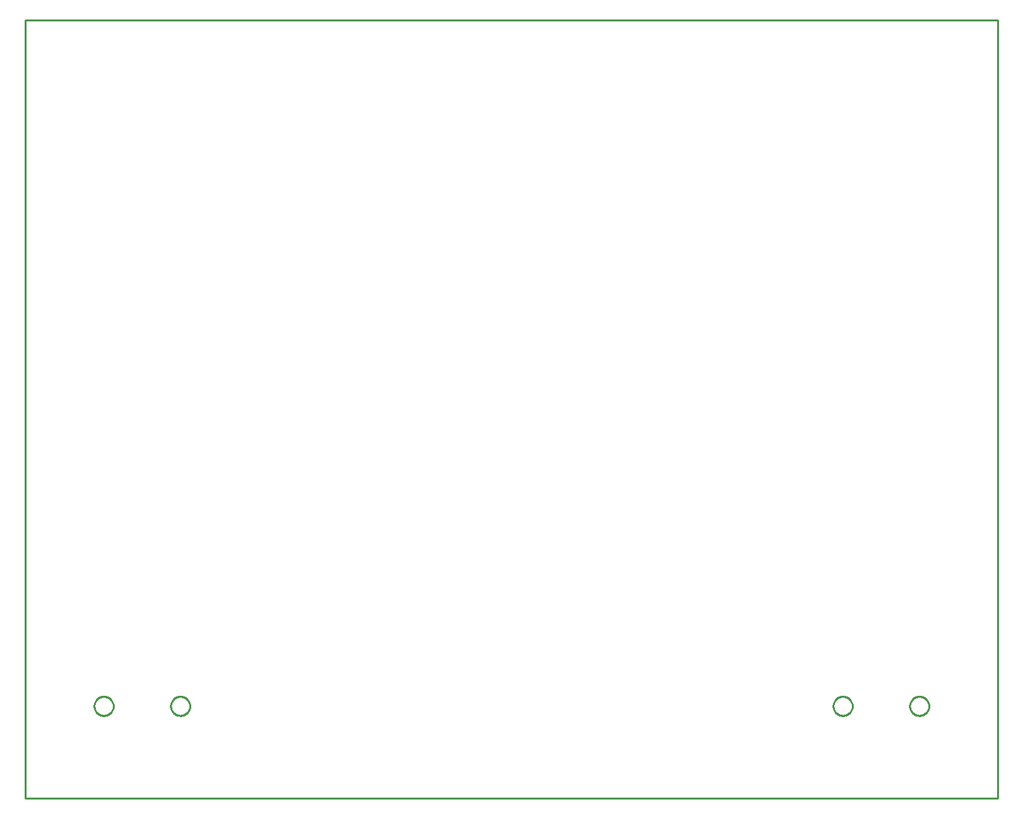
<source format=gbr>
G04 EAGLE Gerber RS-274X export*
G75*
%MOMM*%
%FSLAX34Y34*%
%LPD*%
%IN*%
%IPPOS*%
%AMOC8*
5,1,8,0,0,1.08239X$1,22.5*%
G01*
%ADD10C,0.254000*%


D10*
X0Y0D02*
X1270000Y0D01*
X1270000Y1016000D01*
X0Y1016000D01*
X0Y0D01*
X1080100Y120309D02*
X1080023Y119330D01*
X1079869Y118360D01*
X1079640Y117404D01*
X1079336Y116470D01*
X1078961Y115563D01*
X1078515Y114688D01*
X1078001Y113850D01*
X1077424Y113055D01*
X1076786Y112308D01*
X1076092Y111614D01*
X1075345Y110976D01*
X1074550Y110399D01*
X1073712Y109885D01*
X1072837Y109439D01*
X1071930Y109064D01*
X1070996Y108760D01*
X1070041Y108531D01*
X1069070Y108377D01*
X1068091Y108300D01*
X1067109Y108300D01*
X1066130Y108377D01*
X1065160Y108531D01*
X1064204Y108760D01*
X1063270Y109064D01*
X1062363Y109439D01*
X1061488Y109885D01*
X1060650Y110399D01*
X1059855Y110976D01*
X1059108Y111614D01*
X1058414Y112308D01*
X1057776Y113055D01*
X1057199Y113850D01*
X1056685Y114688D01*
X1056239Y115563D01*
X1055864Y116470D01*
X1055560Y117404D01*
X1055331Y118360D01*
X1055177Y119330D01*
X1055100Y120309D01*
X1055100Y121291D01*
X1055177Y122270D01*
X1055331Y123241D01*
X1055560Y124196D01*
X1055864Y125130D01*
X1056239Y126037D01*
X1056685Y126912D01*
X1057199Y127750D01*
X1057776Y128545D01*
X1058414Y129292D01*
X1059108Y129986D01*
X1059855Y130624D01*
X1060650Y131201D01*
X1061488Y131715D01*
X1062363Y132161D01*
X1063270Y132536D01*
X1064204Y132840D01*
X1065160Y133069D01*
X1066130Y133223D01*
X1067109Y133300D01*
X1068091Y133300D01*
X1069070Y133223D01*
X1070041Y133069D01*
X1070996Y132840D01*
X1071930Y132536D01*
X1072837Y132161D01*
X1073712Y131715D01*
X1074550Y131201D01*
X1075345Y130624D01*
X1076092Y129986D01*
X1076786Y129292D01*
X1077424Y128545D01*
X1078001Y127750D01*
X1078515Y126912D01*
X1078961Y126037D01*
X1079336Y125130D01*
X1079640Y124196D01*
X1079869Y123241D01*
X1080023Y122270D01*
X1080100Y121291D01*
X1080100Y120309D01*
X1180100Y120309D02*
X1180023Y119330D01*
X1179869Y118360D01*
X1179640Y117404D01*
X1179336Y116470D01*
X1178961Y115563D01*
X1178515Y114688D01*
X1178001Y113850D01*
X1177424Y113055D01*
X1176786Y112308D01*
X1176092Y111614D01*
X1175345Y110976D01*
X1174550Y110399D01*
X1173712Y109885D01*
X1172837Y109439D01*
X1171930Y109064D01*
X1170996Y108760D01*
X1170041Y108531D01*
X1169070Y108377D01*
X1168091Y108300D01*
X1167109Y108300D01*
X1166130Y108377D01*
X1165160Y108531D01*
X1164204Y108760D01*
X1163270Y109064D01*
X1162363Y109439D01*
X1161488Y109885D01*
X1160650Y110399D01*
X1159855Y110976D01*
X1159108Y111614D01*
X1158414Y112308D01*
X1157776Y113055D01*
X1157199Y113850D01*
X1156685Y114688D01*
X1156239Y115563D01*
X1155864Y116470D01*
X1155560Y117404D01*
X1155331Y118360D01*
X1155177Y119330D01*
X1155100Y120309D01*
X1155100Y121291D01*
X1155177Y122270D01*
X1155331Y123241D01*
X1155560Y124196D01*
X1155864Y125130D01*
X1156239Y126037D01*
X1156685Y126912D01*
X1157199Y127750D01*
X1157776Y128545D01*
X1158414Y129292D01*
X1159108Y129986D01*
X1159855Y130624D01*
X1160650Y131201D01*
X1161488Y131715D01*
X1162363Y132161D01*
X1163270Y132536D01*
X1164204Y132840D01*
X1165160Y133069D01*
X1166130Y133223D01*
X1167109Y133300D01*
X1168091Y133300D01*
X1169070Y133223D01*
X1170041Y133069D01*
X1170996Y132840D01*
X1171930Y132536D01*
X1172837Y132161D01*
X1173712Y131715D01*
X1174550Y131201D01*
X1175345Y130624D01*
X1176092Y129986D01*
X1176786Y129292D01*
X1177424Y128545D01*
X1178001Y127750D01*
X1178515Y126912D01*
X1178961Y126037D01*
X1179336Y125130D01*
X1179640Y124196D01*
X1179869Y123241D01*
X1180023Y122270D01*
X1180100Y121291D01*
X1180100Y120309D01*
X114900Y120309D02*
X114823Y119330D01*
X114669Y118360D01*
X114440Y117404D01*
X114136Y116470D01*
X113761Y115563D01*
X113315Y114688D01*
X112801Y113850D01*
X112224Y113055D01*
X111586Y112308D01*
X110892Y111614D01*
X110145Y110976D01*
X109350Y110399D01*
X108512Y109885D01*
X107637Y109439D01*
X106730Y109064D01*
X105796Y108760D01*
X104841Y108531D01*
X103870Y108377D01*
X102891Y108300D01*
X101909Y108300D01*
X100930Y108377D01*
X99960Y108531D01*
X99004Y108760D01*
X98070Y109064D01*
X97163Y109439D01*
X96288Y109885D01*
X95450Y110399D01*
X94655Y110976D01*
X93908Y111614D01*
X93214Y112308D01*
X92576Y113055D01*
X91999Y113850D01*
X91485Y114688D01*
X91039Y115563D01*
X90664Y116470D01*
X90360Y117404D01*
X90131Y118360D01*
X89977Y119330D01*
X89900Y120309D01*
X89900Y121291D01*
X89977Y122270D01*
X90131Y123241D01*
X90360Y124196D01*
X90664Y125130D01*
X91039Y126037D01*
X91485Y126912D01*
X91999Y127750D01*
X92576Y128545D01*
X93214Y129292D01*
X93908Y129986D01*
X94655Y130624D01*
X95450Y131201D01*
X96288Y131715D01*
X97163Y132161D01*
X98070Y132536D01*
X99004Y132840D01*
X99960Y133069D01*
X100930Y133223D01*
X101909Y133300D01*
X102891Y133300D01*
X103870Y133223D01*
X104841Y133069D01*
X105796Y132840D01*
X106730Y132536D01*
X107637Y132161D01*
X108512Y131715D01*
X109350Y131201D01*
X110145Y130624D01*
X110892Y129986D01*
X111586Y129292D01*
X112224Y128545D01*
X112801Y127750D01*
X113315Y126912D01*
X113761Y126037D01*
X114136Y125130D01*
X114440Y124196D01*
X114669Y123241D01*
X114823Y122270D01*
X114900Y121291D01*
X114900Y120309D01*
X214900Y120309D02*
X214823Y119330D01*
X214669Y118360D01*
X214440Y117404D01*
X214136Y116470D01*
X213761Y115563D01*
X213315Y114688D01*
X212801Y113850D01*
X212224Y113055D01*
X211586Y112308D01*
X210892Y111614D01*
X210145Y110976D01*
X209350Y110399D01*
X208512Y109885D01*
X207637Y109439D01*
X206730Y109064D01*
X205796Y108760D01*
X204841Y108531D01*
X203870Y108377D01*
X202891Y108300D01*
X201909Y108300D01*
X200930Y108377D01*
X199960Y108531D01*
X199004Y108760D01*
X198070Y109064D01*
X197163Y109439D01*
X196288Y109885D01*
X195450Y110399D01*
X194655Y110976D01*
X193908Y111614D01*
X193214Y112308D01*
X192576Y113055D01*
X191999Y113850D01*
X191485Y114688D01*
X191039Y115563D01*
X190664Y116470D01*
X190360Y117404D01*
X190131Y118360D01*
X189977Y119330D01*
X189900Y120309D01*
X189900Y121291D01*
X189977Y122270D01*
X190131Y123241D01*
X190360Y124196D01*
X190664Y125130D01*
X191039Y126037D01*
X191485Y126912D01*
X191999Y127750D01*
X192576Y128545D01*
X193214Y129292D01*
X193908Y129986D01*
X194655Y130624D01*
X195450Y131201D01*
X196288Y131715D01*
X197163Y132161D01*
X198070Y132536D01*
X199004Y132840D01*
X199960Y133069D01*
X200930Y133223D01*
X201909Y133300D01*
X202891Y133300D01*
X203870Y133223D01*
X204841Y133069D01*
X205796Y132840D01*
X206730Y132536D01*
X207637Y132161D01*
X208512Y131715D01*
X209350Y131201D01*
X210145Y130624D01*
X210892Y129986D01*
X211586Y129292D01*
X212224Y128545D01*
X212801Y127750D01*
X213315Y126912D01*
X213761Y126037D01*
X214136Y125130D01*
X214440Y124196D01*
X214669Y123241D01*
X214823Y122270D01*
X214900Y121291D01*
X214900Y120309D01*
M02*

</source>
